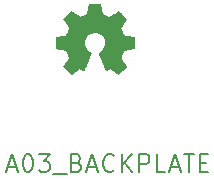
<source format=gbr>
G04 #@! TF.GenerationSoftware,KiCad,Pcbnew,5.1.5-52549c5~86~ubuntu18.04.1*
G04 #@! TF.CreationDate,2020-08-28T13:38:28-05:00*
G04 #@! TF.ProjectId,A03,4130332e-6b69-4636-9164-5f7063625858,rev?*
G04 #@! TF.SameCoordinates,Original*
G04 #@! TF.FileFunction,Legend,Top*
G04 #@! TF.FilePolarity,Positive*
%FSLAX46Y46*%
G04 Gerber Fmt 4.6, Leading zero omitted, Abs format (unit mm)*
G04 Created by KiCad (PCBNEW 5.1.5-52549c5~86~ubuntu18.04.1) date 2020-08-28 13:38:28*
%MOMM*%
%LPD*%
G04 APERTURE LIST*
%ADD10C,0.150000*%
%ADD11C,0.010000*%
G04 APERTURE END LIST*
D10*
X30844600Y-39493000D02*
X31558885Y-39493000D01*
X30701742Y-39921571D02*
X31201742Y-38421571D01*
X31701742Y-39921571D01*
X32487457Y-38421571D02*
X32630314Y-38421571D01*
X32773171Y-38493000D01*
X32844600Y-38564428D01*
X32916028Y-38707285D01*
X32987457Y-38993000D01*
X32987457Y-39350142D01*
X32916028Y-39635857D01*
X32844600Y-39778714D01*
X32773171Y-39850142D01*
X32630314Y-39921571D01*
X32487457Y-39921571D01*
X32344600Y-39850142D01*
X32273171Y-39778714D01*
X32201742Y-39635857D01*
X32130314Y-39350142D01*
X32130314Y-38993000D01*
X32201742Y-38707285D01*
X32273171Y-38564428D01*
X32344600Y-38493000D01*
X32487457Y-38421571D01*
X33487457Y-38421571D02*
X34416028Y-38421571D01*
X33916028Y-38993000D01*
X34130314Y-38993000D01*
X34273171Y-39064428D01*
X34344600Y-39135857D01*
X34416028Y-39278714D01*
X34416028Y-39635857D01*
X34344600Y-39778714D01*
X34273171Y-39850142D01*
X34130314Y-39921571D01*
X33701742Y-39921571D01*
X33558885Y-39850142D01*
X33487457Y-39778714D01*
X34701742Y-40064428D02*
X35844600Y-40064428D01*
X36701742Y-39135857D02*
X36916028Y-39207285D01*
X36987457Y-39278714D01*
X37058885Y-39421571D01*
X37058885Y-39635857D01*
X36987457Y-39778714D01*
X36916028Y-39850142D01*
X36773171Y-39921571D01*
X36201742Y-39921571D01*
X36201742Y-38421571D01*
X36701742Y-38421571D01*
X36844600Y-38493000D01*
X36916028Y-38564428D01*
X36987457Y-38707285D01*
X36987457Y-38850142D01*
X36916028Y-38993000D01*
X36844600Y-39064428D01*
X36701742Y-39135857D01*
X36201742Y-39135857D01*
X37630314Y-39493000D02*
X38344600Y-39493000D01*
X37487457Y-39921571D02*
X37987457Y-38421571D01*
X38487457Y-39921571D01*
X39844600Y-39778714D02*
X39773171Y-39850142D01*
X39558885Y-39921571D01*
X39416028Y-39921571D01*
X39201742Y-39850142D01*
X39058885Y-39707285D01*
X38987457Y-39564428D01*
X38916028Y-39278714D01*
X38916028Y-39064428D01*
X38987457Y-38778714D01*
X39058885Y-38635857D01*
X39201742Y-38493000D01*
X39416028Y-38421571D01*
X39558885Y-38421571D01*
X39773171Y-38493000D01*
X39844600Y-38564428D01*
X40487457Y-39921571D02*
X40487457Y-38421571D01*
X41344600Y-39921571D02*
X40701742Y-39064428D01*
X41344600Y-38421571D02*
X40487457Y-39278714D01*
X41987457Y-39921571D02*
X41987457Y-38421571D01*
X42558885Y-38421571D01*
X42701742Y-38493000D01*
X42773171Y-38564428D01*
X42844600Y-38707285D01*
X42844600Y-38921571D01*
X42773171Y-39064428D01*
X42701742Y-39135857D01*
X42558885Y-39207285D01*
X41987457Y-39207285D01*
X44201742Y-39921571D02*
X43487457Y-39921571D01*
X43487457Y-38421571D01*
X44630314Y-39493000D02*
X45344600Y-39493000D01*
X44487457Y-39921571D02*
X44987457Y-38421571D01*
X45487457Y-39921571D01*
X45773171Y-38421571D02*
X46630314Y-38421571D01*
X46201742Y-39921571D02*
X46201742Y-38421571D01*
X47130314Y-39135857D02*
X47630314Y-39135857D01*
X47844600Y-39921571D02*
X47130314Y-39921571D01*
X47130314Y-38421571D01*
X47844600Y-38421571D01*
D11*
G36*
X38757414Y-26120131D02*
G01*
X38841235Y-26564755D01*
X39150520Y-26692253D01*
X39459806Y-26819751D01*
X39830846Y-26567446D01*
X39934757Y-26497196D01*
X40028687Y-26434472D01*
X40108252Y-26382138D01*
X40169070Y-26343057D01*
X40206757Y-26320093D01*
X40217021Y-26315142D01*
X40235510Y-26327876D01*
X40275020Y-26363082D01*
X40331122Y-26416262D01*
X40399387Y-26482918D01*
X40475386Y-26558554D01*
X40554692Y-26638672D01*
X40632875Y-26718774D01*
X40705507Y-26794364D01*
X40768159Y-26860945D01*
X40816403Y-26914018D01*
X40845810Y-26949087D01*
X40852841Y-26960823D01*
X40842723Y-26982460D01*
X40814359Y-27029862D01*
X40770729Y-27098393D01*
X40714818Y-27183415D01*
X40649606Y-27280293D01*
X40611819Y-27335550D01*
X40542943Y-27436448D01*
X40481740Y-27527499D01*
X40431178Y-27604170D01*
X40394228Y-27661928D01*
X40373858Y-27696243D01*
X40370797Y-27703454D01*
X40377736Y-27723948D01*
X40396651Y-27771713D01*
X40424687Y-27840032D01*
X40458991Y-27922189D01*
X40496709Y-28011470D01*
X40534987Y-28101158D01*
X40570970Y-28184538D01*
X40601806Y-28254894D01*
X40624639Y-28305510D01*
X40636617Y-28329671D01*
X40637324Y-28330622D01*
X40656131Y-28335236D01*
X40706218Y-28345528D01*
X40782393Y-28360487D01*
X40879465Y-28379101D01*
X40992243Y-28400359D01*
X41058042Y-28412618D01*
X41178550Y-28435562D01*
X41287397Y-28457395D01*
X41379076Y-28476922D01*
X41448081Y-28492948D01*
X41488904Y-28504279D01*
X41497111Y-28507874D01*
X41505148Y-28532206D01*
X41511633Y-28587159D01*
X41516570Y-28666308D01*
X41519964Y-28763226D01*
X41521818Y-28871487D01*
X41522138Y-28984665D01*
X41520927Y-29096335D01*
X41518190Y-29200068D01*
X41513931Y-29289441D01*
X41508155Y-29358026D01*
X41500867Y-29399397D01*
X41496495Y-29408010D01*
X41470364Y-29418333D01*
X41414993Y-29433092D01*
X41337707Y-29450552D01*
X41245830Y-29468980D01*
X41213758Y-29474941D01*
X41059124Y-29503266D01*
X40936975Y-29526076D01*
X40843273Y-29544280D01*
X40773984Y-29558783D01*
X40725071Y-29570492D01*
X40692497Y-29580315D01*
X40672228Y-29589156D01*
X40660226Y-29597924D01*
X40658547Y-29599657D01*
X40641784Y-29627571D01*
X40616214Y-29681895D01*
X40584388Y-29755977D01*
X40548860Y-29843165D01*
X40512183Y-29936808D01*
X40476911Y-30030252D01*
X40445596Y-30116847D01*
X40420793Y-30189940D01*
X40405054Y-30242878D01*
X40400932Y-30269011D01*
X40401276Y-30269926D01*
X40415241Y-30291286D01*
X40446922Y-30338284D01*
X40492991Y-30406027D01*
X40550118Y-30489623D01*
X40614973Y-30584182D01*
X40633443Y-30611054D01*
X40699299Y-30708475D01*
X40757250Y-30797363D01*
X40804138Y-30872612D01*
X40836807Y-30929120D01*
X40852100Y-30961781D01*
X40852841Y-30965793D01*
X40839992Y-30986884D01*
X40804488Y-31028664D01*
X40750893Y-31086645D01*
X40683771Y-31156335D01*
X40607687Y-31233245D01*
X40527204Y-31312883D01*
X40446887Y-31390761D01*
X40371299Y-31462386D01*
X40305005Y-31523270D01*
X40252569Y-31568921D01*
X40218555Y-31594850D01*
X40209145Y-31599083D01*
X40187243Y-31589112D01*
X40142400Y-31562220D01*
X40081921Y-31522936D01*
X40035389Y-31491317D01*
X39951075Y-31433298D01*
X39851226Y-31364984D01*
X39751073Y-31296779D01*
X39697227Y-31260275D01*
X39514971Y-31137000D01*
X39361981Y-31219720D01*
X39292282Y-31255959D01*
X39233014Y-31284126D01*
X39192911Y-31300191D01*
X39182703Y-31302426D01*
X39170429Y-31285922D01*
X39146213Y-31239282D01*
X39111863Y-31166809D01*
X39069188Y-31072806D01*
X39019994Y-30961574D01*
X38966090Y-30837415D01*
X38909284Y-30704632D01*
X38851382Y-30567527D01*
X38794193Y-30430402D01*
X38739524Y-30297558D01*
X38689184Y-30173298D01*
X38644980Y-30061925D01*
X38608719Y-29967739D01*
X38582209Y-29895044D01*
X38567258Y-29848141D01*
X38564854Y-29832033D01*
X38583911Y-29811486D01*
X38625636Y-29778133D01*
X38681306Y-29738902D01*
X38685978Y-29735799D01*
X38829864Y-29620623D01*
X38945883Y-29486253D01*
X39033030Y-29336984D01*
X39090299Y-29177113D01*
X39116686Y-29010937D01*
X39111185Y-28842752D01*
X39072790Y-28676855D01*
X39000495Y-28517542D01*
X38979226Y-28482687D01*
X38868596Y-28341937D01*
X38737902Y-28228914D01*
X38591664Y-28144203D01*
X38434408Y-28088394D01*
X38270657Y-28062074D01*
X38104933Y-28065830D01*
X37941762Y-28100250D01*
X37785665Y-28165923D01*
X37641167Y-28263435D01*
X37596469Y-28303013D01*
X37482712Y-28426903D01*
X37399818Y-28557324D01*
X37342956Y-28703515D01*
X37311287Y-28848288D01*
X37303469Y-29011060D01*
X37329538Y-29174640D01*
X37386845Y-29333498D01*
X37472744Y-29482106D01*
X37584586Y-29614935D01*
X37719723Y-29726456D01*
X37737483Y-29738211D01*
X37793750Y-29776708D01*
X37836523Y-29810063D01*
X37856972Y-29831360D01*
X37857269Y-29832033D01*
X37852879Y-29855071D01*
X37835476Y-29907357D01*
X37806868Y-29984590D01*
X37768865Y-30082468D01*
X37723274Y-30196691D01*
X37671903Y-30322958D01*
X37616562Y-30456967D01*
X37559058Y-30594418D01*
X37501201Y-30731008D01*
X37444798Y-30862437D01*
X37391658Y-30984405D01*
X37343590Y-31092609D01*
X37302401Y-31182749D01*
X37269901Y-31250523D01*
X37247897Y-31291630D01*
X37239036Y-31302426D01*
X37211960Y-31294019D01*
X37161297Y-31271472D01*
X37095783Y-31238813D01*
X37059759Y-31219720D01*
X36906768Y-31137000D01*
X36724512Y-31260275D01*
X36631475Y-31323428D01*
X36529615Y-31392927D01*
X36434162Y-31458365D01*
X36386350Y-31491317D01*
X36319105Y-31536473D01*
X36262164Y-31572257D01*
X36222954Y-31594138D01*
X36210219Y-31598763D01*
X36191683Y-31586285D01*
X36150659Y-31551452D01*
X36091125Y-31497878D01*
X36017058Y-31429183D01*
X35932435Y-31348981D01*
X35878915Y-31297486D01*
X35785281Y-31205486D01*
X35704359Y-31123199D01*
X35639423Y-31054145D01*
X35593742Y-31001844D01*
X35570589Y-30969816D01*
X35568368Y-30963316D01*
X35578676Y-30938594D01*
X35607161Y-30888605D01*
X35650663Y-30818412D01*
X35706023Y-30733075D01*
X35770080Y-30637656D01*
X35788297Y-30611054D01*
X35854673Y-30514367D01*
X35914222Y-30427317D01*
X35963616Y-30354795D01*
X35999525Y-30301693D01*
X36018619Y-30272903D01*
X36020464Y-30269926D01*
X36017705Y-30246982D01*
X36003062Y-30196536D01*
X35979087Y-30125241D01*
X35948334Y-30039747D01*
X35913356Y-29946707D01*
X35876707Y-29852774D01*
X35840939Y-29764599D01*
X35808606Y-29688834D01*
X35782262Y-29632131D01*
X35764458Y-29601143D01*
X35763193Y-29599657D01*
X35752306Y-29590801D01*
X35733918Y-29582043D01*
X35703994Y-29572477D01*
X35658497Y-29561196D01*
X35593391Y-29547293D01*
X35504639Y-29529863D01*
X35388207Y-29507998D01*
X35240058Y-29480791D01*
X35207982Y-29474941D01*
X35112914Y-29456574D01*
X35030035Y-29438605D01*
X34966670Y-29422769D01*
X34930142Y-29410800D01*
X34925244Y-29408010D01*
X34917173Y-29383272D01*
X34910613Y-29327990D01*
X34905567Y-29248589D01*
X34902041Y-29151496D01*
X34900039Y-29043138D01*
X34899564Y-28929940D01*
X34900623Y-28818328D01*
X34903218Y-28714729D01*
X34907354Y-28625568D01*
X34913037Y-28557272D01*
X34920269Y-28516266D01*
X34924629Y-28507874D01*
X34948902Y-28499408D01*
X35004174Y-28485635D01*
X35084938Y-28467750D01*
X35185688Y-28446948D01*
X35300917Y-28424423D01*
X35363698Y-28412618D01*
X35482813Y-28390351D01*
X35589035Y-28370179D01*
X35677173Y-28353115D01*
X35742034Y-28340169D01*
X35778426Y-28332355D01*
X35784416Y-28330622D01*
X35794539Y-28311090D01*
X35815938Y-28264043D01*
X35845761Y-28196203D01*
X35881155Y-28114291D01*
X35919268Y-28025028D01*
X35957247Y-27935135D01*
X35992240Y-27851335D01*
X36021394Y-27780347D01*
X36041857Y-27728894D01*
X36050777Y-27703697D01*
X36050943Y-27702596D01*
X36040831Y-27682719D01*
X36012483Y-27636977D01*
X35968877Y-27569917D01*
X35912994Y-27486084D01*
X35847813Y-27390026D01*
X35809921Y-27334850D01*
X35740875Y-27233681D01*
X35679550Y-27141830D01*
X35628937Y-27063944D01*
X35592029Y-27004669D01*
X35571818Y-26968651D01*
X35568899Y-26960577D01*
X35581447Y-26941784D01*
X35616137Y-26901657D01*
X35668537Y-26844693D01*
X35734216Y-26775385D01*
X35808744Y-26698231D01*
X35887687Y-26617725D01*
X35966617Y-26538363D01*
X36041100Y-26464640D01*
X36106706Y-26401052D01*
X36159004Y-26352094D01*
X36193561Y-26322261D01*
X36205122Y-26315142D01*
X36223946Y-26325153D01*
X36268969Y-26353278D01*
X36335813Y-26396654D01*
X36420101Y-26452418D01*
X36517456Y-26517706D01*
X36590893Y-26567446D01*
X36961933Y-26819751D01*
X37580505Y-26564755D01*
X37664325Y-26120131D01*
X37748146Y-25675507D01*
X38673594Y-25675507D01*
X38757414Y-26120131D01*
G37*
X38757414Y-26120131D02*
X38841235Y-26564755D01*
X39150520Y-26692253D01*
X39459806Y-26819751D01*
X39830846Y-26567446D01*
X39934757Y-26497196D01*
X40028687Y-26434472D01*
X40108252Y-26382138D01*
X40169070Y-26343057D01*
X40206757Y-26320093D01*
X40217021Y-26315142D01*
X40235510Y-26327876D01*
X40275020Y-26363082D01*
X40331122Y-26416262D01*
X40399387Y-26482918D01*
X40475386Y-26558554D01*
X40554692Y-26638672D01*
X40632875Y-26718774D01*
X40705507Y-26794364D01*
X40768159Y-26860945D01*
X40816403Y-26914018D01*
X40845810Y-26949087D01*
X40852841Y-26960823D01*
X40842723Y-26982460D01*
X40814359Y-27029862D01*
X40770729Y-27098393D01*
X40714818Y-27183415D01*
X40649606Y-27280293D01*
X40611819Y-27335550D01*
X40542943Y-27436448D01*
X40481740Y-27527499D01*
X40431178Y-27604170D01*
X40394228Y-27661928D01*
X40373858Y-27696243D01*
X40370797Y-27703454D01*
X40377736Y-27723948D01*
X40396651Y-27771713D01*
X40424687Y-27840032D01*
X40458991Y-27922189D01*
X40496709Y-28011470D01*
X40534987Y-28101158D01*
X40570970Y-28184538D01*
X40601806Y-28254894D01*
X40624639Y-28305510D01*
X40636617Y-28329671D01*
X40637324Y-28330622D01*
X40656131Y-28335236D01*
X40706218Y-28345528D01*
X40782393Y-28360487D01*
X40879465Y-28379101D01*
X40992243Y-28400359D01*
X41058042Y-28412618D01*
X41178550Y-28435562D01*
X41287397Y-28457395D01*
X41379076Y-28476922D01*
X41448081Y-28492948D01*
X41488904Y-28504279D01*
X41497111Y-28507874D01*
X41505148Y-28532206D01*
X41511633Y-28587159D01*
X41516570Y-28666308D01*
X41519964Y-28763226D01*
X41521818Y-28871487D01*
X41522138Y-28984665D01*
X41520927Y-29096335D01*
X41518190Y-29200068D01*
X41513931Y-29289441D01*
X41508155Y-29358026D01*
X41500867Y-29399397D01*
X41496495Y-29408010D01*
X41470364Y-29418333D01*
X41414993Y-29433092D01*
X41337707Y-29450552D01*
X41245830Y-29468980D01*
X41213758Y-29474941D01*
X41059124Y-29503266D01*
X40936975Y-29526076D01*
X40843273Y-29544280D01*
X40773984Y-29558783D01*
X40725071Y-29570492D01*
X40692497Y-29580315D01*
X40672228Y-29589156D01*
X40660226Y-29597924D01*
X40658547Y-29599657D01*
X40641784Y-29627571D01*
X40616214Y-29681895D01*
X40584388Y-29755977D01*
X40548860Y-29843165D01*
X40512183Y-29936808D01*
X40476911Y-30030252D01*
X40445596Y-30116847D01*
X40420793Y-30189940D01*
X40405054Y-30242878D01*
X40400932Y-30269011D01*
X40401276Y-30269926D01*
X40415241Y-30291286D01*
X40446922Y-30338284D01*
X40492991Y-30406027D01*
X40550118Y-30489623D01*
X40614973Y-30584182D01*
X40633443Y-30611054D01*
X40699299Y-30708475D01*
X40757250Y-30797363D01*
X40804138Y-30872612D01*
X40836807Y-30929120D01*
X40852100Y-30961781D01*
X40852841Y-30965793D01*
X40839992Y-30986884D01*
X40804488Y-31028664D01*
X40750893Y-31086645D01*
X40683771Y-31156335D01*
X40607687Y-31233245D01*
X40527204Y-31312883D01*
X40446887Y-31390761D01*
X40371299Y-31462386D01*
X40305005Y-31523270D01*
X40252569Y-31568921D01*
X40218555Y-31594850D01*
X40209145Y-31599083D01*
X40187243Y-31589112D01*
X40142400Y-31562220D01*
X40081921Y-31522936D01*
X40035389Y-31491317D01*
X39951075Y-31433298D01*
X39851226Y-31364984D01*
X39751073Y-31296779D01*
X39697227Y-31260275D01*
X39514971Y-31137000D01*
X39361981Y-31219720D01*
X39292282Y-31255959D01*
X39233014Y-31284126D01*
X39192911Y-31300191D01*
X39182703Y-31302426D01*
X39170429Y-31285922D01*
X39146213Y-31239282D01*
X39111863Y-31166809D01*
X39069188Y-31072806D01*
X39019994Y-30961574D01*
X38966090Y-30837415D01*
X38909284Y-30704632D01*
X38851382Y-30567527D01*
X38794193Y-30430402D01*
X38739524Y-30297558D01*
X38689184Y-30173298D01*
X38644980Y-30061925D01*
X38608719Y-29967739D01*
X38582209Y-29895044D01*
X38567258Y-29848141D01*
X38564854Y-29832033D01*
X38583911Y-29811486D01*
X38625636Y-29778133D01*
X38681306Y-29738902D01*
X38685978Y-29735799D01*
X38829864Y-29620623D01*
X38945883Y-29486253D01*
X39033030Y-29336984D01*
X39090299Y-29177113D01*
X39116686Y-29010937D01*
X39111185Y-28842752D01*
X39072790Y-28676855D01*
X39000495Y-28517542D01*
X38979226Y-28482687D01*
X38868596Y-28341937D01*
X38737902Y-28228914D01*
X38591664Y-28144203D01*
X38434408Y-28088394D01*
X38270657Y-28062074D01*
X38104933Y-28065830D01*
X37941762Y-28100250D01*
X37785665Y-28165923D01*
X37641167Y-28263435D01*
X37596469Y-28303013D01*
X37482712Y-28426903D01*
X37399818Y-28557324D01*
X37342956Y-28703515D01*
X37311287Y-28848288D01*
X37303469Y-29011060D01*
X37329538Y-29174640D01*
X37386845Y-29333498D01*
X37472744Y-29482106D01*
X37584586Y-29614935D01*
X37719723Y-29726456D01*
X37737483Y-29738211D01*
X37793750Y-29776708D01*
X37836523Y-29810063D01*
X37856972Y-29831360D01*
X37857269Y-29832033D01*
X37852879Y-29855071D01*
X37835476Y-29907357D01*
X37806868Y-29984590D01*
X37768865Y-30082468D01*
X37723274Y-30196691D01*
X37671903Y-30322958D01*
X37616562Y-30456967D01*
X37559058Y-30594418D01*
X37501201Y-30731008D01*
X37444798Y-30862437D01*
X37391658Y-30984405D01*
X37343590Y-31092609D01*
X37302401Y-31182749D01*
X37269901Y-31250523D01*
X37247897Y-31291630D01*
X37239036Y-31302426D01*
X37211960Y-31294019D01*
X37161297Y-31271472D01*
X37095783Y-31238813D01*
X37059759Y-31219720D01*
X36906768Y-31137000D01*
X36724512Y-31260275D01*
X36631475Y-31323428D01*
X36529615Y-31392927D01*
X36434162Y-31458365D01*
X36386350Y-31491317D01*
X36319105Y-31536473D01*
X36262164Y-31572257D01*
X36222954Y-31594138D01*
X36210219Y-31598763D01*
X36191683Y-31586285D01*
X36150659Y-31551452D01*
X36091125Y-31497878D01*
X36017058Y-31429183D01*
X35932435Y-31348981D01*
X35878915Y-31297486D01*
X35785281Y-31205486D01*
X35704359Y-31123199D01*
X35639423Y-31054145D01*
X35593742Y-31001844D01*
X35570589Y-30969816D01*
X35568368Y-30963316D01*
X35578676Y-30938594D01*
X35607161Y-30888605D01*
X35650663Y-30818412D01*
X35706023Y-30733075D01*
X35770080Y-30637656D01*
X35788297Y-30611054D01*
X35854673Y-30514367D01*
X35914222Y-30427317D01*
X35963616Y-30354795D01*
X35999525Y-30301693D01*
X36018619Y-30272903D01*
X36020464Y-30269926D01*
X36017705Y-30246982D01*
X36003062Y-30196536D01*
X35979087Y-30125241D01*
X35948334Y-30039747D01*
X35913356Y-29946707D01*
X35876707Y-29852774D01*
X35840939Y-29764599D01*
X35808606Y-29688834D01*
X35782262Y-29632131D01*
X35764458Y-29601143D01*
X35763193Y-29599657D01*
X35752306Y-29590801D01*
X35733918Y-29582043D01*
X35703994Y-29572477D01*
X35658497Y-29561196D01*
X35593391Y-29547293D01*
X35504639Y-29529863D01*
X35388207Y-29507998D01*
X35240058Y-29480791D01*
X35207982Y-29474941D01*
X35112914Y-29456574D01*
X35030035Y-29438605D01*
X34966670Y-29422769D01*
X34930142Y-29410800D01*
X34925244Y-29408010D01*
X34917173Y-29383272D01*
X34910613Y-29327990D01*
X34905567Y-29248589D01*
X34902041Y-29151496D01*
X34900039Y-29043138D01*
X34899564Y-28929940D01*
X34900623Y-28818328D01*
X34903218Y-28714729D01*
X34907354Y-28625568D01*
X34913037Y-28557272D01*
X34920269Y-28516266D01*
X34924629Y-28507874D01*
X34948902Y-28499408D01*
X35004174Y-28485635D01*
X35084938Y-28467750D01*
X35185688Y-28446948D01*
X35300917Y-28424423D01*
X35363698Y-28412618D01*
X35482813Y-28390351D01*
X35589035Y-28370179D01*
X35677173Y-28353115D01*
X35742034Y-28340169D01*
X35778426Y-28332355D01*
X35784416Y-28330622D01*
X35794539Y-28311090D01*
X35815938Y-28264043D01*
X35845761Y-28196203D01*
X35881155Y-28114291D01*
X35919268Y-28025028D01*
X35957247Y-27935135D01*
X35992240Y-27851335D01*
X36021394Y-27780347D01*
X36041857Y-27728894D01*
X36050777Y-27703697D01*
X36050943Y-27702596D01*
X36040831Y-27682719D01*
X36012483Y-27636977D01*
X35968877Y-27569917D01*
X35912994Y-27486084D01*
X35847813Y-27390026D01*
X35809921Y-27334850D01*
X35740875Y-27233681D01*
X35679550Y-27141830D01*
X35628937Y-27063944D01*
X35592029Y-27004669D01*
X35571818Y-26968651D01*
X35568899Y-26960577D01*
X35581447Y-26941784D01*
X35616137Y-26901657D01*
X35668537Y-26844693D01*
X35734216Y-26775385D01*
X35808744Y-26698231D01*
X35887687Y-26617725D01*
X35966617Y-26538363D01*
X36041100Y-26464640D01*
X36106706Y-26401052D01*
X36159004Y-26352094D01*
X36193561Y-26322261D01*
X36205122Y-26315142D01*
X36223946Y-26325153D01*
X36268969Y-26353278D01*
X36335813Y-26396654D01*
X36420101Y-26452418D01*
X36517456Y-26517706D01*
X36590893Y-26567446D01*
X36961933Y-26819751D01*
X37580505Y-26564755D01*
X37664325Y-26120131D01*
X37748146Y-25675507D01*
X38673594Y-25675507D01*
X38757414Y-26120131D01*
M02*

</source>
